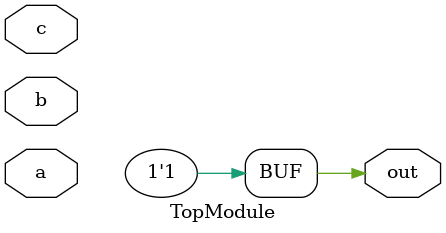
<source format=v>
module TopModule (
  input a,
  input b,
  input c,
  output out
);

  assign out = 1'b1;

endmodule
</source>
